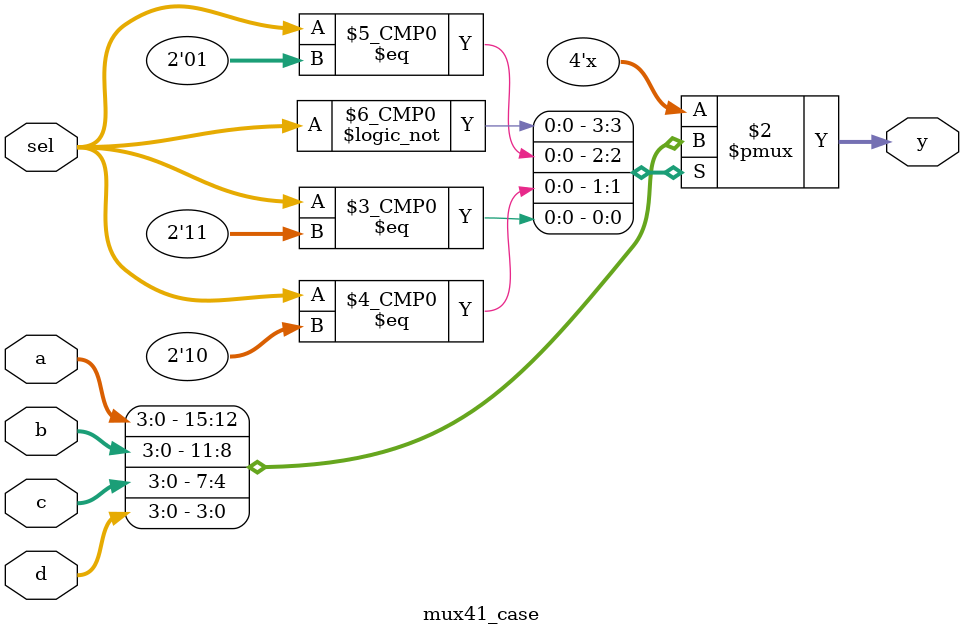
<source format=v>
module mux41_case (
    sel, a, b, c, d, y
);
    input   [1:0] sel;
    input   [3:0] a, b, c, d;
    output  [3:0] y;
    reg     [3:0] y;

    always @(sel or a or b or c or d) begin
        case(sel)
            0   :   y = a;
            1   :   y = b;
            2   :   y = c;
            3   :   y = d;
            default     : y = 4'bx;
        endcase
    end
    
endmodule
</source>
